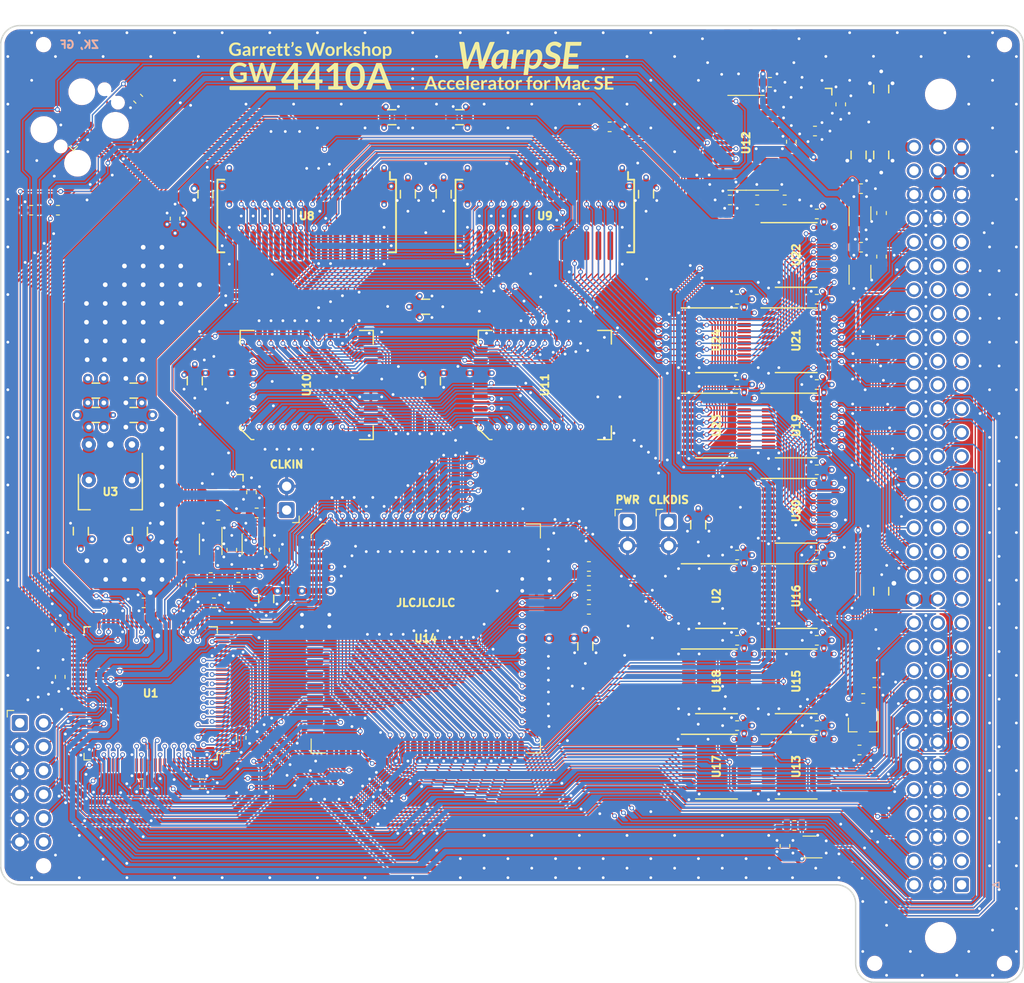
<source format=kicad_pcb>
(kicad_pcb (version 20221018) (generator pcbnew)

  (general
    (thickness 1.6108)
  )

  (paper "A4")
  (title_block
    (title "WarpSE (GW4410A)")
    (date "2024-04-23")
    (rev "1.0")
    (company "Garrett's Workshop")
  )

  (layers
    (0 "F.Cu" signal)
    (1 "In1.Cu" power)
    (2 "In2.Cu" power)
    (31 "B.Cu" signal)
    (32 "B.Adhes" user "B.Adhesive")
    (33 "F.Adhes" user "F.Adhesive")
    (34 "B.Paste" user)
    (35 "F.Paste" user)
    (36 "B.SilkS" user "B.Silkscreen")
    (37 "F.SilkS" user "F.Silkscreen")
    (38 "B.Mask" user)
    (39 "F.Mask" user)
    (40 "Dwgs.User" user "User.Drawings")
    (41 "Cmts.User" user "User.Comments")
    (42 "Eco1.User" user "User.Eco1")
    (43 "Eco2.User" user "User.Eco2")
    (44 "Edge.Cuts" user)
    (45 "Margin" user)
    (46 "B.CrtYd" user "B.Courtyard")
    (47 "F.CrtYd" user "F.Courtyard")
    (48 "B.Fab" user)
    (49 "F.Fab" user)
  )

  (setup
    (stackup
      (layer "F.SilkS" (type "Top Silk Screen"))
      (layer "F.Paste" (type "Top Solder Paste"))
      (layer "F.Mask" (type "Top Solder Mask") (thickness 0.01))
      (layer "F.Cu" (type "copper") (thickness 0.035))
      (layer "dielectric 1" (type "core") (thickness 0.2104) (material "FR4") (epsilon_r 4.6) (loss_tangent 0.02))
      (layer "In1.Cu" (type "copper") (thickness 0.0175))
      (layer "dielectric 2" (type "prepreg") (thickness 1.065) (material "FR4") (epsilon_r 4.5) (loss_tangent 0.02))
      (layer "In2.Cu" (type "copper") (thickness 0.0175))
      (layer "dielectric 3" (type "core") (thickness 0.2104) (material "FR4") (epsilon_r 4.6) (loss_tangent 0.02))
      (layer "B.Cu" (type "copper") (thickness 0.035))
      (layer "B.Mask" (type "Bottom Solder Mask") (thickness 0.01))
      (layer "B.Paste" (type "Bottom Solder Paste"))
      (layer "B.SilkS" (type "Bottom Silk Screen"))
      (copper_finish "None")
      (dielectric_constraints no)
    )
    (pad_to_mask_clearance 0.0762)
    (solder_mask_min_width 0.127)
    (pad_to_paste_clearance -0.0381)
    (pcbplotparams
      (layerselection 0x00010fc_ffffffff)
      (plot_on_all_layers_selection 0x0000000_00000000)
      (disableapertmacros false)
      (usegerberextensions true)
      (usegerberattributes false)
      (usegerberadvancedattributes false)
      (creategerberjobfile false)
      (dashed_line_dash_ratio 12.000000)
      (dashed_line_gap_ratio 3.000000)
      (svgprecision 6)
      (plotframeref false)
      (viasonmask false)
      (mode 1)
      (useauxorigin false)
      (hpglpennumber 1)
      (hpglpenspeed 20)
      (hpglpendiameter 15.000000)
      (dxfpolygonmode true)
      (dxfimperialunits true)
      (dxfusepcbnewfont true)
      (psnegative false)
      (psa4output false)
      (plotreference true)
      (plotvalue true)
      (plotinvisibletext false)
      (sketchpadsonfab false)
      (subtractmaskfromsilk true)
      (outputformat 1)
      (mirror false)
      (drillshape 0)
      (scaleselection 1)
      (outputdirectory "gerber/")
    )
  )

  (net 0 "")
  (net 1 "GND")
  (net 2 "+5V")
  (net 3 "+3V3")
  (net 4 "-5V")
  (net 5 "+12V")
  (net 6 "-12V")
  (net 7 "USB5V")
  (net 8 "Net-(U12-XO)")
  (net 9 "Net-(U12-XI)")
  (net 10 "/Buf/MacA1")
  (net 11 "/Buf/MacA2")
  (net 12 "/Buf/MacA3")
  (net 13 "/Buf/MacA4")
  (net 14 "/Buf/MacA5")
  (net 15 "/Buf/MacA6")
  (net 16 "/Buf/MacA7")
  (net 17 "/Buf/MacA8")
  (net 18 "/Buf/MacA9")
  (net 19 "/Buf/MacA10")
  (net 20 "/Buf/MacA11")
  (net 21 "/Buf/MacA12")
  (net 22 "/Buf/MacA13")
  (net 23 "/Buf/MacA14")
  (net 24 "/Control/~{RESET}")
  (net 25 "/Buf/MacA15")
  (net 26 "/Control/Mac~{AS}")
  (net 27 "/Control/Mac~{UDS}")
  (net 28 "/Control/Mac~{LDS}")
  (net 29 "/Buf/Mac~{R}W")
  (net 30 "/Control/Mac~{DTACK}")
  (net 31 "/Buf/MacA16")
  (net 32 "/Control/Mac~{VMA}")
  (net 33 "/Control/Mac~{VPA}")
  (net 34 "/Buf/MacA17")
  (net 35 "/Buf/MacA18")
  (net 36 "/Buf/MacA19")
  (net 37 "/Buf/MacA20")
  (net 38 "/Buf/MacA21")
  (net 39 "/Buf/MacA22")
  (net 40 "/Buf/MacA23")
  (net 41 "/Control/Mac~{BERR}")
  (net 42 "/Control/~{IPL}2")
  (net 43 "/MC68k/~{IPL}1")
  (net 44 "/MC68k/~{IPL}0")
  (net 45 "unconnected-(J1A-FC2-PadA1)")
  (net 46 "unconnected-(J1A-FC1-PadA2)")
  (net 47 "unconnected-(J1A-FC0-PadA3)")
  (net 48 "unconnected-(J1B-NC-PadB10)")
  (net 49 "unconnected-(J1B-NC-PadB11)")
  (net 50 "unconnected-(J1B-~{HALT}-PadB12)")
  (net 51 "unconnected-(J1B-NC-PadB22)")
  (net 52 "unconnected-(J1B-NC-PadB23)")
  (net 53 "unconnected-(J1B-NC-PadB24)")
  (net 54 "unconnected-(J1B-NC-PadB25)")
  (net 55 "/Control/Mac~{BR}")
  (net 56 "unconnected-(J1B-NC-PadB26)")
  (net 57 "/Buf/MacD0")
  (net 58 "/Buf/MacD1")
  (net 59 "/Buf/MacD2")
  (net 60 "/Buf/MacD3")
  (net 61 "/Buf/MacD4")
  (net 62 "/Buf/MacD5")
  (net 63 "/Buf/MacD6")
  (net 64 "/Buf/MacD7")
  (net 65 "/Buf/MacD8")
  (net 66 "/Buf/MacD9")
  (net 67 "/Buf/MacD10")
  (net 68 "/Buf/MacD11")
  (net 69 "/Buf/MacD12")
  (net 70 "/Buf/MacD13")
  (net 71 "/Buf/MacD14")
  (net 72 "/Buf/MacD15")
  (net 73 "unconnected-(J1B-NC-PadB27)")
  (net 74 "/Control/TMS")
  (net 75 "/Control/TCK")
  (net 76 "unconnected-(J1B-~{EXT.DTK}-PadB28)")
  (net 77 "/Control/TDI")
  (net 78 "unconnected-(J1C-~{BGACK}-PadC4)")
  (net 79 "unconnected-(J1C-~{PMCYC}-PadC11)")
  (net 80 "unconnected-(J1C-NC-PadC31)")
  (net 81 "/Control/TDO")
  (net 82 "unconnected-(J2-Pin_6-Pad6)")
  (net 83 "unconnected-(J2-Pin_7-Pad7)")
  (net 84 "unconnected-(J2-Pin_8-Pad8)")
  (net 85 "/Buf/Aout23")
  (net 86 "Net-(J3-D-)")
  (net 87 "Net-(J3-D+)")
  (net 88 "/Clk.sch/MCLK")
  (net 89 "/Control/Acc~{VPA}")
  (net 90 "/Control/Acc~{BERR}")
  (net 91 "/Buf/Din~{OE}")
  (net 92 "/Buf/Dout~{OE}")
  (net 93 "/Buf/Aout~{OE}")
  (net 94 "/Buf/DinLE")
  (net 95 "/Buf/ADoutLE0")
  (net 96 "/Buf/ADoutLE1")
  (net 97 "/Buf/AccA5")
  (net 98 "/Buf/AccA6")
  (net 99 "/Buf/AccA7")
  (net 100 "/Buf/AccA8")
  (net 101 "/Buf/AccA9")
  (net 102 "/Control/U~{WE}")
  (net 103 "/Control/L~{WE}")
  (net 104 "/Control/~{RAS}")
  (net 105 "/Control/RA11")
  (net 106 "Net-(U6-Q)")
  (net 107 "/Buf/AccA10")
  (net 108 "/Control/RA9")
  (net 109 "/Control/RA10")
  (net 110 "/Control/RA8")
  (net 111 "/Control/RA0")
  (net 112 "/Control/RA7")
  (net 113 "/Control/RA1")
  (net 114 "/Buf/AccA11")
  (net 115 "/Control/RA6")
  (net 116 "/Control/RA2")
  (net 117 "/Control/RA5")
  (net 118 "/Control/RA3")
  (net 119 "/Control/RA4")
  (net 120 "/Buf/AccA12")
  (net 121 "/Control/~{OE}")
  (net 122 "/Control/~{CAS}")
  (net 123 "/Control/ROM~{OE}")
  (net 124 "/Control/ROM~{WE}")
  (net 125 "/Control/Acc~{UDS}")
  (net 126 "/Control/Acc~{AS}")
  (net 127 "/Control/Acc~{LDS}")
  (net 128 "/Buf/AccA13")
  (net 129 "/Control/Acc~{DTACK}")
  (net 130 "/Buf/AccA14")
  (net 131 "/Buf/AccA15")
  (net 132 "/Buf/AccA16")
  (net 133 "/Buf/AccA17")
  (net 134 "/Buf/AccA18")
  (net 135 "/Buf/AccA19")
  (net 136 "/Buf/AccA20")
  (net 137 "/Buf/AccA21")
  (net 138 "/Buf/AccA22")
  (net 139 "/Buf/AccA23")
  (net 140 "/Buf/Acc~{R}W")
  (net 141 "Net-(U7-Q)")
  (net 142 "/Clk.sch/FCLK")
  (net 143 "/Control/DBG5")
  (net 144 "Net-(U5-Output)")
  (net 145 "Net-(U6-CK)")
  (net 146 "/Control/Mac~{BG}")
  (net 147 "/Prog/TCKrc")
  (net 148 "/Control/DBG3")
  (net 149 "/Control/DBG2")
  (net 150 "/Control/DBG0")
  (net 151 "/Buf/AccD6")
  (net 152 "/Buf/AccD7")
  (net 153 "/Buf/AccD5")
  (net 154 "/Buf/AccD3")
  (net 155 "/Buf/AccD1")
  (net 156 "/Buf/AccD2")
  (net 157 "/Buf/AccD4")
  (net 158 "/Buf/AccD14")
  (net 159 "/Buf/AccD15")
  (net 160 "/Buf/AccD13")
  (net 161 "/Buf/AccD11")
  (net 162 "/Buf/AccD9")
  (net 163 "/Buf/AccD8")
  (net 164 "/Buf/AccD10")
  (net 165 "/Buf/AccD12")
  (net 166 "/Buf/AccA1")
  (net 167 "/Buf/AccA2")
  (net 168 "/Buf/AccA3")
  (net 169 "/Control/CK20EN")
  (net 170 "/Control/DBG1")
  (net 171 "/Control/DBG4")
  (net 172 "unconnected-(U1-I{slash}O{slash}GSR-Pad99)")
  (net 173 "Net-(U16-D7)")
  (net 174 "Net-(U16-D6)")
  (net 175 "Net-(U16-D5)")
  (net 176 "/Buf/AccA4")
  (net 177 "Net-(U16-D4)")
  (net 178 "Net-(U16-D3)")
  (net 179 "Net-(U16-D2)")
  (net 180 "Net-(U16-D1)")
  (net 181 "Net-(U16-D0)")
  (net 182 "Net-(U6-D)")
  (net 183 "/Buf/AccD0")
  (net 184 "Net-(U13-D0)")
  (net 185 "Net-(U13-D1)")
  (net 186 "Net-(U13-D2)")
  (net 187 "Net-(U13-D3)")
  (net 188 "Net-(U13-D4)")
  (net 189 "Net-(U13-D5)")
  (net 190 "Net-(U13-D6)")
  (net 191 "Net-(U13-D7)")
  (net 192 "unconnected-(U14-BG-Pad11)")
  (net 193 "unconnected-(U14-NC-Pad18)")
  (net 194 "unconnected-(U14-VMA-Pad21)")
  (net 195 "unconnected-(U14-E-Pad22)")
  (net 196 "unconnected-(U14-FC2-Pad28)")
  (net 197 "unconnected-(U14-FC1-Pad29)")
  (net 198 "unconnected-(U14-FC0-Pad30)")
  (net 199 "unconnected-(U14-NC-Pad31)")
  (net 200 "Net-(U15-D0)")
  (net 201 "Net-(U15-D1)")
  (net 202 "Net-(U15-D2)")
  (net 203 "Net-(U15-D3)")
  (net 204 "Net-(U15-D4)")
  (net 205 "Net-(U15-D5)")
  (net 206 "Net-(U15-D6)")
  (net 207 "Net-(U15-D7)")
  (net 208 "Net-(U19-D0)")
  (net 209 "/Prog/UTCK")
  (net 210 "Net-(U19-D1)")
  (net 211 "/Buf/Aout22")
  (net 212 "Net-(U19-D2)")
  (net 213 "Net-(U19-D3)")
  (net 214 "Net-(U19-D4)")
  (net 215 "Net-(U19-D5)")
  (net 216 "Net-(U19-D6)")
  (net 217 "Net-(U19-D7)")
  (net 218 "Net-(U21-D0)")
  (net 219 "Net-(U21-D1)")
  (net 220 "Net-(U21-D2)")
  (net 221 "Net-(U21-D3)")
  (net 222 "Net-(U21-D4)")
  (net 223 "Net-(U21-D5)")
  (net 224 "Net-(U21-D6)")
  (net 225 "Net-(U21-D7)")
  (net 226 "/Clk.sch/MCKE")
  (net 227 "/Buf/GA23")
  (net 228 "/Buf/GA22")
  (net 229 "/ClkBuf/E")
  (net 230 "/ClkBuf/BE")
  (net 231 "/ClkBuf/C8M")
  (net 232 "/ClkBuf/BC8M")
  (net 233 "/ClkBuf/C16M")
  (net 234 "/ClkBuf/BC16M")
  (net 235 "Net-(U28-Y)")
  (net 236 "Net-(U27-Y)")
  (net 237 "Net-(U26-Y)")
  (net 238 "unconnected-(J3-ID-Pad4)")
  (net 239 "Net-(Q1-C)")
  (net 240 "Net-(Q1-B)")
  (net 241 "Net-(J5-Pin_1)")
  (net 242 "unconnected-(U6-~{Q}-Pad3)")
  (net 243 "/Clk.sch/CLKEN")

  (footprint "stdpads:C_0805" (layer "F.Cu") (at 113.4 76.8))

  (footprint "stdpads:C_0805" (layer "F.Cu") (at 117.45 76.8))

  (footprint "stdpads:C_0805" (layer "F.Cu") (at 117.45 79.4))

  (footprint "stdpads:C_0805" (layer "F.Cu") (at 113.4 79.4))

  (footprint "stdpads:TQFP-100_14x14mm_P0.5mm" (layer "F.Cu") (at 119.25 109.1 90))

  (footprint "stdpads:C_0805" (layer "F.Cu") (at 197.1675 44.616 90))

  (footprint "stdpads:C_0805" (layer "F.Cu") (at 194.7545 51.65 -90))

  (footprint "stdpads:C_0805" (layer "F.Cu") (at 197.1675 51.65 -90))

  (footprint "stdpads:SOJ-28_300mil" (layer "F.Cu") (at 161.29 58.166 -90))

  (footprint "stdpads:DIN41612_R_3x32_Male_Vertical_THT" (layer "F.Cu") (at 205.74 129.54 180))

  (footprint "stdpads:C_0603" (layer "F.Cu") (at 126 99.45))

  (footprint "stdpads:TSSOP-20_4.4x6.5mm_P0.65mm" (layer "F.Cu") (at 179.6 98.725 -90))

  (footprint "stdpads:C_0603" (layer "F.Cu") (at 181.8 94.35 180))

  (footprint "stdpads:C_0603" (layer "F.Cu") (at 190.3 57.95 180))

  (footprint "stdpads:C_0603" (layer "F.Cu") (at 190.3 94.35 180))

  (footprint "stdpads:C_0603" (layer "F.Cu") (at 190.3 85.25 180))

  (footprint "stdpads:C_0603" (layer "F.Cu") (at 181.8 112.55 180))

  (footprint "stdpads:C_0603" (layer "F.Cu") (at 190.3 112.55 180))

  (footprint "stdpads:C_0603" (layer "F.Cu") (at 190.3 67.05 180))

  (footprint "stdpads:C_0603" (layer "F.Cu") (at 181.8 67.05 180))

  (footprint "stdpads:C_0603" (layer "F.Cu") (at 181.8 76.15 180))

  (footprint "stdpads:C_0603" (layer "F.Cu") (at 181.8 103.45 180))

  (footprint "stdpads:C_0603" (layer "F.Cu") (at 190.3 103.45 180))

  (footprint "stdpads:C_0805" (layer "F.Cu") (at 197.1675 98.21 90))

  (footprint "stdpads:C_0805" (layer "F.Cu") (at 131.572 99.021 -90))

  (footprint "stdpads:C_0805" (layer "F.Cu") (at 165.608 104.101 -90))

  (footprint "stdpads:TSSOP-20_4.4x6.5mm_P0.65mm" (layer "F.Cu") (at 179.6 71.425 -90))

  (footprint "stdpads:TSSOP-20_4.4x6.5mm_P0.65mm" (layer "F.Cu") (at 179.6 80.525 -90))

  (footprint "stdpads:TSSOP-20_4.4x6.5mm_P0.65mm" (layer "F.Cu") (at 188.1 62.325 -90))

  (footprint "stdpads:TSSOP-20_4.4x6.5mm_P0.65mm" (layer "F.Cu") (at 188.1 71.425 -90))

  (footprint "stdpads:TSSOP-20_4.4x6.5mm_P0.65mm" (layer "F.Cu") (at 188.1 89.625 -90))

  (footprint "stdpads:TSSOP-20_4.4x6.5mm_P0.65mm" (layer "F.Cu")
    (tstamp 00000000-0000-0000-0000-000061aa2d14)
    (at 188.1 80.525 -90)
    (descr "20-Lead Plastic Thin Shrink Small Outline (ST)-4.4 mm Body [TSSOP] (see Microchip Packaging Specification 00000049BS.pdf)")
    (tags "SSOP 0.65")
    (property "LCSC Part" "C141311")
    (property "Sheetfile" "Buf.kicad_sch")
    (property "Sheetname" "Buf")
    (path "/00000000-0000-0000-0000-000060941922/00000000-0000-0000-0000-000060976b52")
    (solder_mask_margin 0.024)
    (solder_paste_margin -0.04)
    (attr smd)
    (fp_text reference "U19" (at 0 0 90) (layer "F.Fab")
        (effects (font (size 0.8128 0.8128) (thickness 0.2032)))
      (tstamp 655f8079-efe2-4237-aea6-0bbeb67ad778)
    )
    (fp_text value "74AHCT573PW" (at 0 1.016 90) (layer "F.Fab")
        (effects (font (size 0.508 0.508) (thickness 0.127)))
      (tstamp 4274141f-3453-4430-bf05-898e53be2256)
    )
    (fp_text user "${REFERENCE}" (at 0 0 -90) (layer "F.SilkS")
        (effects (font (size 0.8128 0.8128) (thickness 0.2032)))
      (tstamp ffdf88f5-c7b9-4761-8ea2-5264b261d179)
    )
    (fp_line (start -3.45 3.75) (end -3.45 -2.225)
      (stroke (width 0.15) (type solid)) (layer "F.SilkS") (tstamp 94423b74-aba0-43e7-b528-33b8d810725d))
    (fp_line (start 3.45 2.225) (end 3.45 -2.225)
      (stroke (width 0.15) (type solid)) (layer "F.SilkS") (tstamp 8c1ab9fa-3afd-4d1b-9095-2d32fd2bf7f4))
    (fp_line (start -3.55 -3.95) (end 3.55 -3.95)
      (stroke (width 0.05) (type solid)) (layer "F.CrtYd") (tstamp 7f3db58a-4fef-4bc8-b669-1367c9c7cf84))
    (fp_line (start -3.55 3.95) (end -3.55 -3.95)
      (stroke (width 0.05) (type solid)) (layer "F.CrtYd") (tstamp d8f56f12-f691-437b-998d-db512c9a8596))
    (fp_line (start -3.55 3.95) (end 3.55 3.95)
      (stroke (width 0.05) (type solid)) (layer "F.CrtYd") (tstamp 2fc33a80-4ec8-4825-8f33-561dfe11e62e))
    (fp_line (start 3.55 3.95) (end 3.55 -3.95)
      (stroke (width 0.05) (type solid)) (layer "F.CrtYd") (tstamp 2fbfe2d1-a4bf-40b6-a304-ee4cc3f7e993))
    (fp_line (start -3.25 -2.2) (end 3.25 -2.2)
      (stroke (width 0.15) (type solid)) (layer "F.Fab") (tstamp 2b9e6390-a8d1-40e1-928a-501f32a7cb7b))
    (fp_line (start -3.25 1.2) (end -3.25 -2.2)
      (stroke (width 0.15) (type solid)) (layer "F.Fab") (tstamp bd33a9ed-cbe5-4cfb-8d45-4b17a9201629))
    (fp_line (start -2.25 2.2) (end -3.25 1.2)
      (stroke (width 0.15) (type solid)) (layer "F.Fab") (tstamp d0d97089-c605-4c3c-aba3-6a799183224e))
    (fp_line (start 3.25 -2.2) (end 3.25 2.2)
      (stroke (width 0.15) (type solid)) (layer "F.Fab") (tstamp 85cc3659-7543-4715-af65-b0e92f6d4a3b))
    (fp_line (start 3.25 2.2) (end -2.25 2.2)
      (stroke (width 0.15) (type solid)) (layer "F.Fab") (tstamp 9b4b5344-bb31-4d7d-991c-e976dd9776bd))
    (pad "1" smd roundrect (at -2.925 2.95) (size 1.45 0.45) (layers "F.Cu" "F.Paste" "F.Mask") (roundrect_rratio 0.25)
      (net 92 "/Buf/Dout~{OE}") (pinfunction "~{OE}") (pintype "input") (tstamp 0d5a2a6c-a80b-446a-8923-96ac5ef88404))
    (pad "2" smd roundrect (at -2.275 2.95) (size 1.45 0.45) (layers "F.Cu" "F.Paste" "F.Mask") (roundrect_rratio 0.25)
      (net 208 "Net-(U19-D0)") (pinfunction "D0") (pintype "input") (tstamp c813d0df-c4d2-4fbd-8ef2-46d3918717f9))
    (pad "3" smd roundrect (at -1.625 2.95) (size 1.45 0.45) (layers "F.Cu" "F.Paste" "F.Mask") (roundrect_rratio 0.25)
      (net 210 "Net-(U19-D1)") (pinfunction "D1") (pintype "input") (tstamp e3627b85-bd28-48f3-adbe-36bb70400e4a))
    (pad "4" smd roundrect (at -0.975 2.95) (size 1.45 0.45) (layers "F.Cu" "F.Paste" "F.Mask") (roundrect_rratio
... [6223148 chars truncated]
</source>
